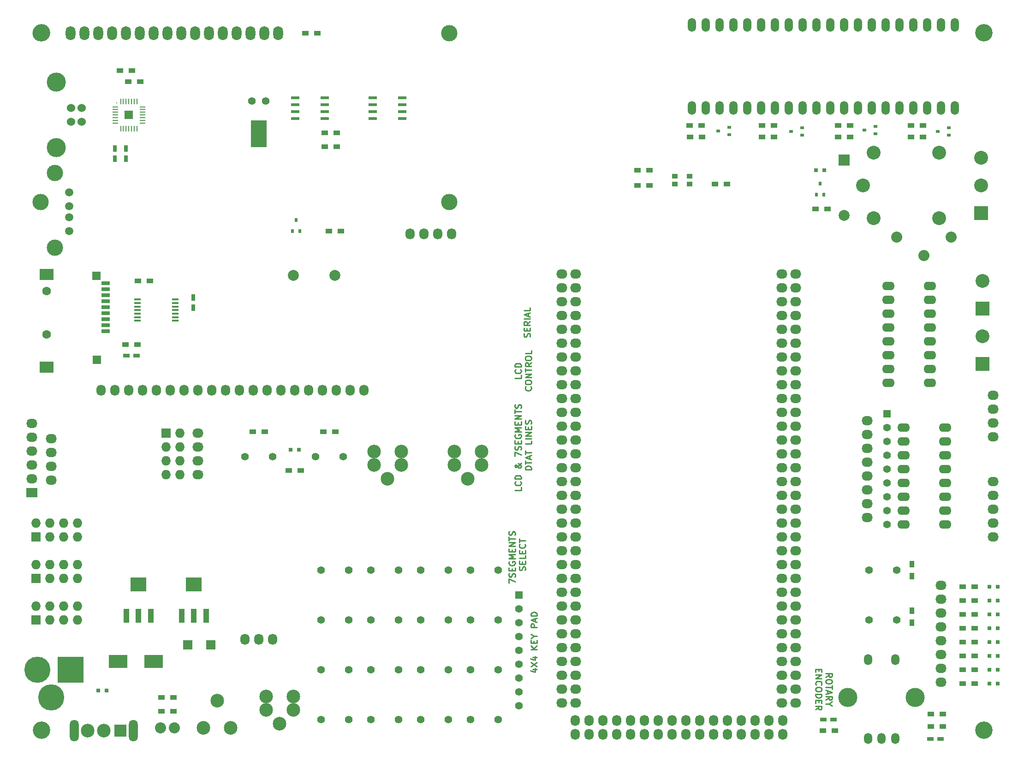
<source format=gbr>
G04 #@! TF.FileFunction,Soldermask,Top*
%FSLAX46Y46*%
G04 Gerber Fmt 4.6, Leading zero omitted, Abs format (unit mm)*
G04 Created by KiCad (PCBNEW (2015-01-16 BZR 5376)-product) date 9/14/2016 2:32:55 PM*
%MOMM*%
G01*
G04 APERTURE LIST*
%ADD10C,0.100000*%
%ADD11C,0.285750*%
%ADD12O,1.800000X2.600000*%
%ADD13C,3.000000*%
%ADD14O,1.727200X2.032000*%
%ADD15C,1.524000*%
%ADD16C,3.500000*%
%ADD17O,2.032000X1.727200*%
%ADD18R,1.000000X0.900000*%
%ADD19R,2.032000X1.727200*%
%ADD20R,1.727200X1.727200*%
%ADD21O,1.727200X1.727200*%
%ADD22C,1.501140*%
%ADD23C,2.999740*%
%ADD24C,2.499360*%
%ADD25C,2.032000*%
%ADD26O,2.032000X2.032000*%
%ADD27R,3.500120X2.400300*%
%ADD28R,2.300000X2.300000*%
%ADD29C,2.500000*%
%ADD30O,1.651000X4.000000*%
%ADD31O,1.524000X2.524000*%
%ADD32R,0.750000X1.200000*%
%ADD33C,4.800600*%
%ADD34R,4.800600X4.800600*%
%ADD35R,1.800000X1.800000*%
%ADD36R,0.797560X0.797560*%
%ADD37C,1.998980*%
%ADD38R,1.998980X1.998980*%
%ADD39R,1.000760X2.499360*%
%ADD40R,2.999740X2.499360*%
%ADD41O,2.300000X1.600000*%
%ADD42R,2.540000X2.540000*%
%ADD43C,2.540000*%
%ADD44C,3.200000*%
%ADD45R,0.500000X0.750000*%
%ADD46R,1.200000X0.900000*%
%ADD47R,0.900000X1.200000*%
%ADD48R,1.500000X0.700000*%
%ADD49R,1.500000X1.500000*%
%ADD50R,2.500000X2.000000*%
%ADD51C,1.600000*%
%ADD52C,2.000000*%
%ADD53R,1.000760X0.231140*%
%ADD54R,0.231140X1.000760*%
%ADD55R,1.501140X1.501140*%
%ADD56C,0.299720*%
%ADD57C,1.397000*%
%ADD58R,3.000000X5.000000*%
%ADD59R,1.200000X0.750000*%
%ADD60R,0.750000X0.500000*%
%ADD61R,1.397000X1.397000*%
%ADD62O,1.501140X1.998980*%
%ADD63C,3.500120*%
%ADD64R,1.550000X0.600000*%
%ADD65R,1.200000X0.400000*%
G04 APERTURE END LIST*
D10*
D11*
X131130596Y-115059428D02*
X131130596Y-115603714D01*
X129987596Y-115603714D01*
X131021739Y-114025285D02*
X131076168Y-114079714D01*
X131130596Y-114243000D01*
X131130596Y-114351857D01*
X131076168Y-114515142D01*
X130967311Y-114624000D01*
X130858454Y-114678428D01*
X130640739Y-114732857D01*
X130477454Y-114732857D01*
X130259739Y-114678428D01*
X130150882Y-114624000D01*
X130042025Y-114515142D01*
X129987596Y-114351857D01*
X129987596Y-114243000D01*
X130042025Y-114079714D01*
X130096454Y-114025285D01*
X131130596Y-113535428D02*
X129987596Y-113535428D01*
X129987596Y-113263285D01*
X130042025Y-113100000D01*
X130150882Y-112991142D01*
X130259739Y-112936714D01*
X130477454Y-112882285D01*
X130640739Y-112882285D01*
X130858454Y-112936714D01*
X130967311Y-112991142D01*
X131076168Y-113100000D01*
X131130596Y-113263285D01*
X131130596Y-113535428D01*
X131130596Y-110596285D02*
X131130596Y-110650714D01*
X131076168Y-110759571D01*
X130912882Y-110922857D01*
X130586311Y-111195000D01*
X130423025Y-111303857D01*
X130259739Y-111358285D01*
X130150882Y-111358285D01*
X130042025Y-111303857D01*
X129987596Y-111195000D01*
X129987596Y-111140571D01*
X130042025Y-111031714D01*
X130150882Y-110977285D01*
X130205311Y-110977285D01*
X130314168Y-111031714D01*
X130368596Y-111086143D01*
X130586311Y-111412714D01*
X130640739Y-111467143D01*
X130749596Y-111521571D01*
X130912882Y-111521571D01*
X131021739Y-111467143D01*
X131076168Y-111412714D01*
X131130596Y-111303857D01*
X131130596Y-111140571D01*
X131076168Y-111031714D01*
X131021739Y-110977285D01*
X130804025Y-110814000D01*
X130640739Y-110759571D01*
X130531882Y-110759571D01*
X129987596Y-109344428D02*
X129987596Y-108582428D01*
X131130596Y-109072285D01*
X131076168Y-108201429D02*
X131130596Y-108038143D01*
X131130596Y-107766000D01*
X131076168Y-107657143D01*
X131021739Y-107602714D01*
X130912882Y-107548286D01*
X130804025Y-107548286D01*
X130695168Y-107602714D01*
X130640739Y-107657143D01*
X130586311Y-107766000D01*
X130531882Y-107983714D01*
X130477454Y-108092572D01*
X130423025Y-108147000D01*
X130314168Y-108201429D01*
X130205311Y-108201429D01*
X130096454Y-108147000D01*
X130042025Y-108092572D01*
X129987596Y-107983714D01*
X129987596Y-107711572D01*
X130042025Y-107548286D01*
X130531882Y-107058429D02*
X130531882Y-106677429D01*
X131130596Y-106514143D02*
X131130596Y-107058429D01*
X129987596Y-107058429D01*
X129987596Y-106514143D01*
X130042025Y-105425572D02*
X129987596Y-105534429D01*
X129987596Y-105697715D01*
X130042025Y-105861000D01*
X130150882Y-105969858D01*
X130259739Y-106024286D01*
X130477454Y-106078715D01*
X130640739Y-106078715D01*
X130858454Y-106024286D01*
X130967311Y-105969858D01*
X131076168Y-105861000D01*
X131130596Y-105697715D01*
X131130596Y-105588858D01*
X131076168Y-105425572D01*
X131021739Y-105371143D01*
X130640739Y-105371143D01*
X130640739Y-105588858D01*
X131130596Y-104881286D02*
X129987596Y-104881286D01*
X130804025Y-104500286D01*
X129987596Y-104119286D01*
X131130596Y-104119286D01*
X130531882Y-103575000D02*
X130531882Y-103194000D01*
X131130596Y-103030714D02*
X131130596Y-103575000D01*
X129987596Y-103575000D01*
X129987596Y-103030714D01*
X131130596Y-102540857D02*
X129987596Y-102540857D01*
X131130596Y-101887714D01*
X129987596Y-101887714D01*
X129987596Y-101506714D02*
X129987596Y-100853571D01*
X131130596Y-101180142D02*
X129987596Y-101180142D01*
X131076168Y-100527000D02*
X131130596Y-100363714D01*
X131130596Y-100091571D01*
X131076168Y-99982714D01*
X131021739Y-99928285D01*
X130912882Y-99873857D01*
X130804025Y-99873857D01*
X130695168Y-99928285D01*
X130640739Y-99982714D01*
X130586311Y-100091571D01*
X130531882Y-100309285D01*
X130477454Y-100418143D01*
X130423025Y-100472571D01*
X130314168Y-100527000D01*
X130205311Y-100527000D01*
X130096454Y-100472571D01*
X130042025Y-100418143D01*
X129987596Y-100309285D01*
X129987596Y-100037143D01*
X130042025Y-99873857D01*
X133016546Y-111820928D02*
X131873546Y-111820928D01*
X131873546Y-111548785D01*
X131927975Y-111385500D01*
X132036832Y-111276642D01*
X132145689Y-111222214D01*
X132363404Y-111167785D01*
X132526689Y-111167785D01*
X132744404Y-111222214D01*
X132853261Y-111276642D01*
X132962118Y-111385500D01*
X133016546Y-111548785D01*
X133016546Y-111820928D01*
X131873546Y-110841214D02*
X131873546Y-110188071D01*
X133016546Y-110514642D02*
X131873546Y-110514642D01*
X132689975Y-109861500D02*
X132689975Y-109317214D01*
X133016546Y-109970357D02*
X131873546Y-109589357D01*
X133016546Y-109208357D01*
X131873546Y-108990643D02*
X131873546Y-108337500D01*
X133016546Y-108664071D02*
X131873546Y-108664071D01*
X133016546Y-106541357D02*
X133016546Y-107085643D01*
X131873546Y-107085643D01*
X133016546Y-106160357D02*
X131873546Y-106160357D01*
X133016546Y-105616071D02*
X131873546Y-105616071D01*
X133016546Y-104962928D01*
X131873546Y-104962928D01*
X132417832Y-104418642D02*
X132417832Y-104037642D01*
X133016546Y-103874356D02*
X133016546Y-104418642D01*
X131873546Y-104418642D01*
X131873546Y-103874356D01*
X132962118Y-103438928D02*
X133016546Y-103275642D01*
X133016546Y-103003499D01*
X132962118Y-102894642D01*
X132907689Y-102840213D01*
X132798832Y-102785785D01*
X132689975Y-102785785D01*
X132581118Y-102840213D01*
X132526689Y-102894642D01*
X132472261Y-103003499D01*
X132417832Y-103221213D01*
X132363404Y-103330071D01*
X132308975Y-103384499D01*
X132200118Y-103438928D01*
X132091261Y-103438928D01*
X131982404Y-103384499D01*
X131927975Y-103330071D01*
X131873546Y-103221213D01*
X131873546Y-102949071D01*
X131927975Y-102785785D01*
X187052404Y-149914429D02*
X187596689Y-149533429D01*
X187052404Y-149261286D02*
X188195404Y-149261286D01*
X188195404Y-149696714D01*
X188140975Y-149805572D01*
X188086546Y-149860000D01*
X187977689Y-149914429D01*
X187814404Y-149914429D01*
X187705546Y-149860000D01*
X187651118Y-149805572D01*
X187596689Y-149696714D01*
X187596689Y-149261286D01*
X188195404Y-150622000D02*
X188195404Y-150839714D01*
X188140975Y-150948572D01*
X188032118Y-151057429D01*
X187814404Y-151111857D01*
X187433404Y-151111857D01*
X187215689Y-151057429D01*
X187106832Y-150948572D01*
X187052404Y-150839714D01*
X187052404Y-150622000D01*
X187106832Y-150513143D01*
X187215689Y-150404286D01*
X187433404Y-150349857D01*
X187814404Y-150349857D01*
X188032118Y-150404286D01*
X188140975Y-150513143D01*
X188195404Y-150622000D01*
X188195404Y-151438429D02*
X188195404Y-152091572D01*
X187052404Y-151765001D02*
X188195404Y-151765001D01*
X187378975Y-152418143D02*
X187378975Y-152962429D01*
X187052404Y-152309286D02*
X188195404Y-152690286D01*
X187052404Y-153071286D01*
X187052404Y-154105429D02*
X187596689Y-153724429D01*
X187052404Y-153452286D02*
X188195404Y-153452286D01*
X188195404Y-153887714D01*
X188140975Y-153996572D01*
X188086546Y-154051000D01*
X187977689Y-154105429D01*
X187814404Y-154105429D01*
X187705546Y-154051000D01*
X187651118Y-153996572D01*
X187596689Y-153887714D01*
X187596689Y-153452286D01*
X187596689Y-154813000D02*
X187052404Y-154813000D01*
X188195404Y-154432000D02*
X187596689Y-154813000D01*
X188195404Y-155194000D01*
X185765168Y-148472071D02*
X185765168Y-148853071D01*
X185166454Y-149016357D02*
X185166454Y-148472071D01*
X186309454Y-148472071D01*
X186309454Y-149016357D01*
X185166454Y-149506214D02*
X186309454Y-149506214D01*
X185166454Y-150159357D01*
X186309454Y-150159357D01*
X185275311Y-151356786D02*
X185220882Y-151302357D01*
X185166454Y-151139071D01*
X185166454Y-151030214D01*
X185220882Y-150866929D01*
X185329739Y-150758071D01*
X185438596Y-150703643D01*
X185656311Y-150649214D01*
X185819596Y-150649214D01*
X186037311Y-150703643D01*
X186146168Y-150758071D01*
X186255025Y-150866929D01*
X186309454Y-151030214D01*
X186309454Y-151139071D01*
X186255025Y-151302357D01*
X186200596Y-151356786D01*
X186309454Y-152064357D02*
X186309454Y-152282071D01*
X186255025Y-152390929D01*
X186146168Y-152499786D01*
X185928454Y-152554214D01*
X185547454Y-152554214D01*
X185329739Y-152499786D01*
X185220882Y-152390929D01*
X185166454Y-152282071D01*
X185166454Y-152064357D01*
X185220882Y-151955500D01*
X185329739Y-151846643D01*
X185547454Y-151792214D01*
X185928454Y-151792214D01*
X186146168Y-151846643D01*
X186255025Y-151955500D01*
X186309454Y-152064357D01*
X185166454Y-153044072D02*
X186309454Y-153044072D01*
X186309454Y-153316215D01*
X186255025Y-153479500D01*
X186146168Y-153588358D01*
X186037311Y-153642786D01*
X185819596Y-153697215D01*
X185656311Y-153697215D01*
X185438596Y-153642786D01*
X185329739Y-153588358D01*
X185220882Y-153479500D01*
X185166454Y-153316215D01*
X185166454Y-153044072D01*
X185765168Y-154187072D02*
X185765168Y-154568072D01*
X185166454Y-154731358D02*
X185166454Y-154187072D01*
X186309454Y-154187072D01*
X186309454Y-154731358D01*
X185166454Y-155874358D02*
X185710739Y-155493358D01*
X185166454Y-155221215D02*
X186309454Y-155221215D01*
X186309454Y-155656643D01*
X186255025Y-155765501D01*
X186200596Y-155819929D01*
X186091739Y-155874358D01*
X185928454Y-155874358D01*
X185819596Y-155819929D01*
X185765168Y-155765501D01*
X185710739Y-155656643D01*
X185710739Y-155221215D01*
X128887596Y-132663928D02*
X128887596Y-131901928D01*
X130030596Y-132391785D01*
X129976168Y-131520929D02*
X130030596Y-131357643D01*
X130030596Y-131085500D01*
X129976168Y-130976643D01*
X129921739Y-130922214D01*
X129812882Y-130867786D01*
X129704025Y-130867786D01*
X129595168Y-130922214D01*
X129540739Y-130976643D01*
X129486311Y-131085500D01*
X129431882Y-131303214D01*
X129377454Y-131412072D01*
X129323025Y-131466500D01*
X129214168Y-131520929D01*
X129105311Y-131520929D01*
X128996454Y-131466500D01*
X128942025Y-131412072D01*
X128887596Y-131303214D01*
X128887596Y-131031072D01*
X128942025Y-130867786D01*
X129431882Y-130377929D02*
X129431882Y-129996929D01*
X130030596Y-129833643D02*
X130030596Y-130377929D01*
X128887596Y-130377929D01*
X128887596Y-129833643D01*
X128942025Y-128745072D02*
X128887596Y-128853929D01*
X128887596Y-129017215D01*
X128942025Y-129180500D01*
X129050882Y-129289358D01*
X129159739Y-129343786D01*
X129377454Y-129398215D01*
X129540739Y-129398215D01*
X129758454Y-129343786D01*
X129867311Y-129289358D01*
X129976168Y-129180500D01*
X130030596Y-129017215D01*
X130030596Y-128908358D01*
X129976168Y-128745072D01*
X129921739Y-128690643D01*
X129540739Y-128690643D01*
X129540739Y-128908358D01*
X130030596Y-128200786D02*
X128887596Y-128200786D01*
X129704025Y-127819786D01*
X128887596Y-127438786D01*
X130030596Y-127438786D01*
X129431882Y-126894500D02*
X129431882Y-126513500D01*
X130030596Y-126350214D02*
X130030596Y-126894500D01*
X128887596Y-126894500D01*
X128887596Y-126350214D01*
X130030596Y-125860357D02*
X128887596Y-125860357D01*
X130030596Y-125207214D01*
X128887596Y-125207214D01*
X128887596Y-124826214D02*
X128887596Y-124173071D01*
X130030596Y-124499642D02*
X128887596Y-124499642D01*
X129976168Y-123846500D02*
X130030596Y-123683214D01*
X130030596Y-123411071D01*
X129976168Y-123302214D01*
X129921739Y-123247785D01*
X129812882Y-123193357D01*
X129704025Y-123193357D01*
X129595168Y-123247785D01*
X129540739Y-123302214D01*
X129486311Y-123411071D01*
X129431882Y-123628785D01*
X129377454Y-123737643D01*
X129323025Y-123792071D01*
X129214168Y-123846500D01*
X129105311Y-123846500D01*
X128996454Y-123792071D01*
X128942025Y-123737643D01*
X128887596Y-123628785D01*
X128887596Y-123356643D01*
X128942025Y-123193357D01*
X131862118Y-130296286D02*
X131916546Y-130133000D01*
X131916546Y-129860857D01*
X131862118Y-129752000D01*
X131807689Y-129697571D01*
X131698832Y-129643143D01*
X131589975Y-129643143D01*
X131481118Y-129697571D01*
X131426689Y-129752000D01*
X131372261Y-129860857D01*
X131317832Y-130078571D01*
X131263404Y-130187429D01*
X131208975Y-130241857D01*
X131100118Y-130296286D01*
X130991261Y-130296286D01*
X130882404Y-130241857D01*
X130827975Y-130187429D01*
X130773546Y-130078571D01*
X130773546Y-129806429D01*
X130827975Y-129643143D01*
X131317832Y-129153286D02*
X131317832Y-128772286D01*
X131916546Y-128609000D02*
X131916546Y-129153286D01*
X130773546Y-129153286D01*
X130773546Y-128609000D01*
X131916546Y-127574857D02*
X131916546Y-128119143D01*
X130773546Y-128119143D01*
X131317832Y-127193857D02*
X131317832Y-126812857D01*
X131916546Y-126649571D02*
X131916546Y-127193857D01*
X130773546Y-127193857D01*
X130773546Y-126649571D01*
X131807689Y-125506571D02*
X131862118Y-125561000D01*
X131916546Y-125724286D01*
X131916546Y-125833143D01*
X131862118Y-125996428D01*
X131753261Y-126105286D01*
X131644404Y-126159714D01*
X131426689Y-126214143D01*
X131263404Y-126214143D01*
X131045689Y-126159714D01*
X130936832Y-126105286D01*
X130827975Y-125996428D01*
X130773546Y-125833143D01*
X130773546Y-125724286D01*
X130827975Y-125561000D01*
X130882404Y-125506571D01*
X130773546Y-125180000D02*
X130773546Y-124526857D01*
X131916546Y-124853428D02*
X130773546Y-124853428D01*
X133295571Y-148462999D02*
X134057571Y-148462999D01*
X132860143Y-148735142D02*
X133676571Y-149007285D01*
X133676571Y-148299713D01*
X132914571Y-147973142D02*
X134057571Y-147211142D01*
X132914571Y-147211142D02*
X134057571Y-147973142D01*
X133295571Y-146285857D02*
X134057571Y-146285857D01*
X132860143Y-146558000D02*
X133676571Y-146830143D01*
X133676571Y-146122571D01*
X134057571Y-144816286D02*
X132914571Y-144816286D01*
X134057571Y-144163143D02*
X133404429Y-144653000D01*
X132914571Y-144163143D02*
X133567714Y-144816286D01*
X133458857Y-143673286D02*
X133458857Y-143292286D01*
X134057571Y-143129000D02*
X134057571Y-143673286D01*
X132914571Y-143673286D01*
X132914571Y-143129000D01*
X133513286Y-142421429D02*
X134057571Y-142421429D01*
X132914571Y-142802429D02*
X133513286Y-142421429D01*
X132914571Y-142040429D01*
X134057571Y-140788572D02*
X132914571Y-140788572D01*
X132914571Y-140353144D01*
X132969000Y-140244286D01*
X133023429Y-140189858D01*
X133132286Y-140135429D01*
X133295571Y-140135429D01*
X133404429Y-140189858D01*
X133458857Y-140244286D01*
X133513286Y-140353144D01*
X133513286Y-140788572D01*
X133731000Y-139700001D02*
X133731000Y-139155715D01*
X134057571Y-139808858D02*
X132914571Y-139427858D01*
X134057571Y-139046858D01*
X134057571Y-138665858D02*
X132914571Y-138665858D01*
X132914571Y-138393715D01*
X132969000Y-138230430D01*
X133077857Y-138121572D01*
X133186714Y-138067144D01*
X133404429Y-138012715D01*
X133567714Y-138012715D01*
X133785429Y-138067144D01*
X133894286Y-138121572D01*
X134003143Y-138230430D01*
X134057571Y-138393715D01*
X134057571Y-138665858D01*
X131130596Y-94490642D02*
X131130596Y-95034928D01*
X129987596Y-95034928D01*
X131021739Y-93456499D02*
X131076168Y-93510928D01*
X131130596Y-93674214D01*
X131130596Y-93783071D01*
X131076168Y-93946356D01*
X130967311Y-94055214D01*
X130858454Y-94109642D01*
X130640739Y-94164071D01*
X130477454Y-94164071D01*
X130259739Y-94109642D01*
X130150882Y-94055214D01*
X130042025Y-93946356D01*
X129987596Y-93783071D01*
X129987596Y-93674214D01*
X130042025Y-93510928D01*
X130096454Y-93456499D01*
X131130596Y-92966642D02*
X129987596Y-92966642D01*
X129987596Y-92694499D01*
X130042025Y-92531214D01*
X130150882Y-92422356D01*
X130259739Y-92367928D01*
X130477454Y-92313499D01*
X130640739Y-92313499D01*
X130858454Y-92367928D01*
X130967311Y-92422356D01*
X131076168Y-92531214D01*
X131130596Y-92694499D01*
X131130596Y-92966642D01*
X132907689Y-96613357D02*
X132962118Y-96667786D01*
X133016546Y-96831072D01*
X133016546Y-96939929D01*
X132962118Y-97103214D01*
X132853261Y-97212072D01*
X132744404Y-97266500D01*
X132526689Y-97320929D01*
X132363404Y-97320929D01*
X132145689Y-97266500D01*
X132036832Y-97212072D01*
X131927975Y-97103214D01*
X131873546Y-96939929D01*
X131873546Y-96831072D01*
X131927975Y-96667786D01*
X131982404Y-96613357D01*
X131873546Y-95905786D02*
X131873546Y-95688072D01*
X131927975Y-95579214D01*
X132036832Y-95470357D01*
X132254546Y-95415929D01*
X132635546Y-95415929D01*
X132853261Y-95470357D01*
X132962118Y-95579214D01*
X133016546Y-95688072D01*
X133016546Y-95905786D01*
X132962118Y-96014643D01*
X132853261Y-96123500D01*
X132635546Y-96177929D01*
X132254546Y-96177929D01*
X132036832Y-96123500D01*
X131927975Y-96014643D01*
X131873546Y-95905786D01*
X133016546Y-94926071D02*
X131873546Y-94926071D01*
X133016546Y-94272928D01*
X131873546Y-94272928D01*
X131873546Y-93891928D02*
X131873546Y-93238785D01*
X133016546Y-93565356D02*
X131873546Y-93565356D01*
X133016546Y-92204642D02*
X132472261Y-92585642D01*
X133016546Y-92857785D02*
X131873546Y-92857785D01*
X131873546Y-92422357D01*
X131927975Y-92313499D01*
X131982404Y-92259071D01*
X132091261Y-92204642D01*
X132254546Y-92204642D01*
X132363404Y-92259071D01*
X132417832Y-92313499D01*
X132472261Y-92422357D01*
X132472261Y-92857785D01*
X131873546Y-91497071D02*
X131873546Y-91279357D01*
X131927975Y-91170499D01*
X132036832Y-91061642D01*
X132254546Y-91007214D01*
X132635546Y-91007214D01*
X132853261Y-91061642D01*
X132962118Y-91170499D01*
X133016546Y-91279357D01*
X133016546Y-91497071D01*
X132962118Y-91605928D01*
X132853261Y-91714785D01*
X132635546Y-91769214D01*
X132254546Y-91769214D01*
X132036832Y-91714785D01*
X131927975Y-91605928D01*
X131873546Y-91497071D01*
X133016546Y-89973070D02*
X133016546Y-90517356D01*
X131873546Y-90517356D01*
X132733143Y-87475786D02*
X132787571Y-87312500D01*
X132787571Y-87040357D01*
X132733143Y-86931500D01*
X132678714Y-86877071D01*
X132569857Y-86822643D01*
X132461000Y-86822643D01*
X132352143Y-86877071D01*
X132297714Y-86931500D01*
X132243286Y-87040357D01*
X132188857Y-87258071D01*
X132134429Y-87366929D01*
X132080000Y-87421357D01*
X131971143Y-87475786D01*
X131862286Y-87475786D01*
X131753429Y-87421357D01*
X131699000Y-87366929D01*
X131644571Y-87258071D01*
X131644571Y-86985929D01*
X131699000Y-86822643D01*
X132188857Y-86332786D02*
X132188857Y-85951786D01*
X132787571Y-85788500D02*
X132787571Y-86332786D01*
X131644571Y-86332786D01*
X131644571Y-85788500D01*
X132787571Y-84645500D02*
X132243286Y-85026500D01*
X132787571Y-85298643D02*
X131644571Y-85298643D01*
X131644571Y-84863215D01*
X131699000Y-84754357D01*
X131753429Y-84699929D01*
X131862286Y-84645500D01*
X132025571Y-84645500D01*
X132134429Y-84699929D01*
X132188857Y-84754357D01*
X132243286Y-84863215D01*
X132243286Y-85298643D01*
X132787571Y-84155643D02*
X131644571Y-84155643D01*
X132461000Y-83665786D02*
X132461000Y-83121500D01*
X132787571Y-83774643D02*
X131644571Y-83393643D01*
X132787571Y-83012643D01*
X132787571Y-82087357D02*
X132787571Y-82631643D01*
X131644571Y-82631643D01*
D12*
X48450500Y-31750000D03*
X50990500Y-31750000D03*
X53530500Y-31750000D03*
X56070500Y-31750000D03*
X58610500Y-31750000D03*
X61150500Y-31750000D03*
X63690500Y-31750000D03*
X66230500Y-31750000D03*
X68770500Y-31750000D03*
X71310500Y-31750000D03*
X73850500Y-31750000D03*
X76390500Y-31750000D03*
X78930500Y-31750000D03*
X81470500Y-31750000D03*
X84010500Y-31750000D03*
X86550500Y-31750000D03*
D13*
X42951400Y-31750000D03*
X42951400Y-62750700D03*
X117949980Y-62750700D03*
X117949980Y-31750000D03*
D14*
X102298500Y-97282000D03*
X99758500Y-97282000D03*
X97218500Y-97282000D03*
X94678500Y-97282000D03*
X92138500Y-97282000D03*
X89598500Y-97282000D03*
X87058500Y-97282000D03*
X84518500Y-97282000D03*
X81978500Y-97282000D03*
X79438500Y-97282000D03*
X76898500Y-97282000D03*
X74358500Y-97282000D03*
X71818500Y-97282000D03*
X69278500Y-97282000D03*
X66738500Y-97282000D03*
X64198500Y-97282000D03*
X61658500Y-97282000D03*
X59118500Y-97282000D03*
X56578500Y-97282000D03*
X54038500Y-97282000D03*
D15*
X50482500Y-45466000D03*
X50482500Y-48006000D03*
X48483520Y-48006000D03*
X48483520Y-45466000D03*
D16*
X45783500Y-40736520D03*
X45783500Y-52735480D03*
D17*
X71818500Y-105156000D03*
X71818500Y-107696000D03*
X71818500Y-110236000D03*
X71818500Y-112776000D03*
D18*
X162068500Y-57961500D03*
X159368500Y-57961500D03*
X162068500Y-59386500D03*
X159368500Y-59386500D03*
D17*
X194627500Y-120650000D03*
X194627500Y-118110000D03*
X194627500Y-115570000D03*
X194627500Y-113030000D03*
X194627500Y-110490000D03*
X194627500Y-107950000D03*
X194627500Y-105410000D03*
X194627500Y-102870000D03*
X208216500Y-150876000D03*
X208216500Y-148336000D03*
X208216500Y-145796000D03*
X208216500Y-143256000D03*
X208216500Y-140716000D03*
X208216500Y-138176000D03*
X208216500Y-135636000D03*
X208216500Y-133096000D03*
X138620500Y-75946000D03*
X138620500Y-78486000D03*
X138620500Y-81026000D03*
X138620500Y-83566000D03*
X138620500Y-86106000D03*
X138620500Y-88646000D03*
X138620500Y-91186000D03*
X138620500Y-93726000D03*
X138620500Y-96266000D03*
X138620500Y-98806000D03*
X138620500Y-101346000D03*
X138620500Y-103886000D03*
X138620500Y-106426000D03*
X138620500Y-108966000D03*
X138620500Y-111506000D03*
X138620500Y-114046000D03*
X138620500Y-116586000D03*
X138620500Y-119126000D03*
X138620500Y-121666000D03*
X138620500Y-124206000D03*
X138620500Y-126746000D03*
X138620500Y-129286000D03*
X138620500Y-131826000D03*
X138620500Y-134366000D03*
X138620500Y-136906000D03*
X138620500Y-139446000D03*
X138620500Y-141986000D03*
X138620500Y-144526000D03*
X138620500Y-147066000D03*
X138620500Y-149606000D03*
X138620500Y-152146000D03*
X138620500Y-154686000D03*
D19*
X41338500Y-116078000D03*
D17*
X41338500Y-113538000D03*
X41338500Y-110998000D03*
X41338500Y-108458000D03*
X41338500Y-105918000D03*
X41338500Y-103378000D03*
D20*
X42100500Y-124206000D03*
D21*
X42100500Y-121666000D03*
X44640500Y-124206000D03*
X44640500Y-121666000D03*
X47180500Y-124206000D03*
X47180500Y-121666000D03*
X49720500Y-124206000D03*
X49720500Y-121666000D03*
D20*
X42100500Y-131826000D03*
D21*
X42100500Y-129286000D03*
X44640500Y-131826000D03*
X44640500Y-129286000D03*
X47180500Y-131826000D03*
X47180500Y-129286000D03*
X49720500Y-131826000D03*
X49720500Y-129286000D03*
D20*
X42100500Y-139446000D03*
D21*
X42100500Y-136906000D03*
X44640500Y-139446000D03*
X44640500Y-136906000D03*
X47180500Y-139446000D03*
X47180500Y-136906000D03*
X49720500Y-139446000D03*
X49720500Y-136906000D03*
D14*
X110740500Y-68560000D03*
X113280500Y-68560000D03*
X115820500Y-68560000D03*
X118360500Y-68560000D03*
X80454500Y-143002000D03*
X82994500Y-143002000D03*
X85534500Y-143002000D03*
D22*
X48198620Y-68072860D03*
X48198620Y-65532860D03*
X48198620Y-63500860D03*
X48198620Y-60960860D03*
D23*
X45531620Y-71120860D03*
X45531620Y-57404860D03*
D24*
X75333860Y-154218640D03*
X77833220Y-159258000D03*
X72834500Y-159258000D03*
D25*
X64960500Y-159258000D03*
D26*
X67500500Y-159258000D03*
D27*
X57137300Y-147066000D03*
X63639700Y-147066000D03*
D17*
X217741500Y-124206000D03*
X217741500Y-121666000D03*
X217741500Y-119126000D03*
X217741500Y-116586000D03*
X217741500Y-114046000D03*
X217741500Y-105791000D03*
X217741500Y-103251000D03*
X217741500Y-100711000D03*
X217741500Y-98171000D03*
X44894500Y-113792000D03*
X44894500Y-111252000D03*
X44894500Y-108712000D03*
X44894500Y-106172000D03*
D14*
X141024500Y-160416000D03*
X143564500Y-160416000D03*
X146104500Y-160416000D03*
X148644500Y-160416000D03*
X151184500Y-160416000D03*
X153724500Y-160416000D03*
X156264500Y-160416000D03*
X158804500Y-160416000D03*
X161344500Y-160416000D03*
X163884500Y-160416000D03*
X166424500Y-160416000D03*
X168964500Y-160416000D03*
X171504500Y-160416000D03*
X174044500Y-160416000D03*
X176584500Y-160416000D03*
X179124500Y-160416000D03*
X141024500Y-157916000D03*
X143564500Y-157916000D03*
X146104500Y-157916000D03*
X148644500Y-157916000D03*
X151184500Y-157916000D03*
X153724500Y-157916000D03*
X156264500Y-157916000D03*
X158804500Y-157916000D03*
X161344500Y-157916000D03*
X163884500Y-157916000D03*
X166424500Y-157916000D03*
X168964500Y-157916000D03*
X171504500Y-157916000D03*
X174044500Y-157916000D03*
X176584500Y-157916000D03*
X179124500Y-157916000D03*
D17*
X181546500Y-75946000D03*
X181546500Y-78486000D03*
X181546500Y-81026000D03*
X181546500Y-83566000D03*
X181546500Y-86106000D03*
X181546500Y-88646000D03*
X181546500Y-91186000D03*
X181546500Y-93726000D03*
X181546500Y-96266000D03*
X181546500Y-98806000D03*
X181546500Y-101346000D03*
X181546500Y-103886000D03*
X181546500Y-106426000D03*
X181546500Y-108966000D03*
X181546500Y-111506000D03*
X181546500Y-114046000D03*
X181546500Y-116586000D03*
X181546500Y-119126000D03*
X181546500Y-121666000D03*
X181546500Y-124206000D03*
X181546500Y-126746000D03*
X181546500Y-129286000D03*
X181546500Y-131826000D03*
X181546500Y-134366000D03*
X181546500Y-136906000D03*
X181546500Y-139446000D03*
X181546500Y-141986000D03*
X181546500Y-144526000D03*
X181546500Y-147066000D03*
X181546500Y-149606000D03*
X181546500Y-152146000D03*
X181546500Y-154686000D03*
X179006500Y-75946000D03*
X179006500Y-78486000D03*
X179006500Y-81026000D03*
X179006500Y-83566000D03*
X179006500Y-86106000D03*
X179006500Y-88646000D03*
X179006500Y-91186000D03*
X179006500Y-93726000D03*
X179006500Y-96266000D03*
X179006500Y-98806000D03*
X179006500Y-101346000D03*
X179006500Y-103886000D03*
X179006500Y-106426000D03*
X179006500Y-108966000D03*
X179006500Y-111506000D03*
X179006500Y-114046000D03*
X179006500Y-116586000D03*
X179006500Y-119126000D03*
X179006500Y-121666000D03*
X179006500Y-124206000D03*
X179006500Y-126746000D03*
X179006500Y-129286000D03*
X179006500Y-131826000D03*
X179006500Y-134366000D03*
X179006500Y-136906000D03*
X179006500Y-139446000D03*
X179006500Y-141986000D03*
X179006500Y-144526000D03*
X179006500Y-147066000D03*
X179006500Y-149606000D03*
X179006500Y-152146000D03*
X179006500Y-154686000D03*
X141160500Y-75946000D03*
X141160500Y-78486000D03*
X141160500Y-81026000D03*
X141160500Y-83566000D03*
X141160500Y-86106000D03*
X141160500Y-88646000D03*
X141160500Y-91186000D03*
X141160500Y-93726000D03*
X141160500Y-96266000D03*
X141160500Y-98806000D03*
X141160500Y-101346000D03*
X141160500Y-103886000D03*
X141160500Y-106426000D03*
X141160500Y-108966000D03*
X141160500Y-111506000D03*
X141160500Y-114046000D03*
X141160500Y-116586000D03*
X141160500Y-119126000D03*
X141160500Y-121666000D03*
X141160500Y-124206000D03*
X141160500Y-126746000D03*
X141160500Y-129286000D03*
X141160500Y-131826000D03*
X141160500Y-134366000D03*
X141160500Y-136906000D03*
X141160500Y-139446000D03*
X141160500Y-141986000D03*
X141160500Y-144526000D03*
X141160500Y-147066000D03*
X141160500Y-149606000D03*
X141160500Y-152146000D03*
X141160500Y-154686000D03*
D20*
X65976500Y-105156000D03*
D21*
X68516500Y-105156000D03*
X65976500Y-107696000D03*
X68516500Y-107696000D03*
X65976500Y-110236000D03*
X68516500Y-110236000D03*
X65976500Y-112776000D03*
X68516500Y-112776000D03*
D28*
X57546500Y-159766000D03*
D29*
X54546500Y-159766000D03*
X51546500Y-159766000D03*
D30*
X49146460Y-159766000D03*
X59946540Y-159766000D03*
D31*
X162496500Y-45466000D03*
X165036500Y-45466000D03*
X167576500Y-45466000D03*
X170116500Y-45466000D03*
X172656500Y-45466000D03*
X172656500Y-30226000D03*
X170116500Y-30226000D03*
X167576500Y-30226000D03*
X165036500Y-30226000D03*
X162496500Y-30226000D03*
D32*
X70929500Y-82103000D03*
X70929500Y-80203000D03*
X56578500Y-52898000D03*
X56578500Y-54798000D03*
X58610500Y-52898000D03*
X58610500Y-54798000D03*
D33*
X42354500Y-148590000D03*
D34*
X48450500Y-148590000D03*
D33*
X44854500Y-153670000D03*
D35*
X74172500Y-144018000D03*
X69972500Y-144018000D03*
D36*
X53543200Y-152400000D03*
X55041800Y-152400000D03*
X186740800Y-56896000D03*
X185242200Y-56896000D03*
D37*
X190439040Y-65151000D03*
D38*
X190439040Y-54991000D03*
D36*
X217119200Y-133350000D03*
X218617800Y-133350000D03*
X217119200Y-135890000D03*
X218617800Y-135890000D03*
X217119200Y-138430000D03*
X218617800Y-138430000D03*
X217119200Y-140970000D03*
X218617800Y-140970000D03*
D39*
X60896500Y-138640820D03*
X63146940Y-138640820D03*
X58646060Y-138640820D03*
D40*
X60896500Y-132890260D03*
D39*
X71056500Y-138640820D03*
X73306940Y-138640820D03*
X68806060Y-138640820D03*
D40*
X71056500Y-132890260D03*
D41*
X198556500Y-78166000D03*
X198556500Y-80706000D03*
X198556500Y-83246000D03*
X198556500Y-85786000D03*
X198556500Y-88326000D03*
X198556500Y-90866000D03*
X198556500Y-93406000D03*
X198556500Y-95946000D03*
X206176500Y-95946000D03*
X206176500Y-93406000D03*
X206176500Y-90866000D03*
X206176500Y-88326000D03*
X206176500Y-85786000D03*
X206176500Y-83246000D03*
X206176500Y-80706000D03*
X206176500Y-78166000D03*
D42*
X215836500Y-92456000D03*
D43*
X215836500Y-87376000D03*
D42*
X215836500Y-82296000D03*
D43*
X215836500Y-77216000D03*
X195867020Y-53690520D03*
X193865500Y-59690000D03*
X207865980Y-53690520D03*
X207865980Y-65689480D03*
X195867020Y-65689480D03*
D42*
X215582500Y-64770000D03*
D43*
X215582500Y-59690000D03*
X215582500Y-54610000D03*
D44*
X216056500Y-159666000D03*
X43056500Y-31666000D03*
X43056500Y-159666000D03*
X216056500Y-31666000D03*
D45*
X185331100Y-61341000D03*
X186651900Y-61341000D03*
X185991500Y-59309000D03*
X89192100Y-68072000D03*
X90512900Y-68072000D03*
X89852500Y-66040000D03*
D46*
X188742500Y-159766000D03*
X186542500Y-159766000D03*
X60812500Y-77216000D03*
X63012500Y-77216000D03*
X58526500Y-88900000D03*
X60726500Y-88900000D03*
X67330500Y-153670000D03*
X65130500Y-153670000D03*
X90698500Y-112014000D03*
X88498500Y-112014000D03*
X84094500Y-104902000D03*
X81894500Y-104902000D03*
X185145500Y-64008000D03*
X187345500Y-64008000D03*
X98064500Y-68072000D03*
X95864500Y-68072000D03*
D47*
X202882500Y-131402000D03*
X202882500Y-129202000D03*
X202882500Y-137711000D03*
X202882500Y-139911000D03*
D46*
X67330500Y-156210000D03*
X65130500Y-156210000D03*
X91546500Y-31750000D03*
X93746500Y-31750000D03*
X152506500Y-56896000D03*
X154706500Y-56896000D03*
X152506500Y-59690000D03*
X154706500Y-59690000D03*
X168930500Y-59436000D03*
X166730500Y-59436000D03*
X212196500Y-133350000D03*
X214396500Y-133350000D03*
X212196500Y-135890000D03*
X214396500Y-135890000D03*
X212196500Y-138430000D03*
X214396500Y-138430000D03*
X212196500Y-140970000D03*
X214396500Y-140970000D03*
D48*
X54838500Y-86442000D03*
X54838500Y-85342000D03*
X54838500Y-84242000D03*
X54838500Y-83142000D03*
X54838500Y-82042000D03*
X54838500Y-80942000D03*
X54838500Y-79842000D03*
X54838500Y-78742000D03*
X54838500Y-77642000D03*
D49*
X53138500Y-76242000D03*
X53238500Y-91642000D03*
D50*
X44038500Y-76042000D03*
X44038500Y-93042000D03*
D51*
X44038500Y-79042000D03*
X44038500Y-87042000D03*
D52*
X96954340Y-76200000D03*
X89354660Y-76200000D03*
D53*
X56619140Y-48237140D03*
X56619140Y-47736760D03*
X56619140Y-47236380D03*
X56619140Y-46736000D03*
X56619140Y-46235620D03*
X56619140Y-45735240D03*
X56619140Y-45234860D03*
D54*
X57617360Y-44236640D03*
X58117740Y-44236640D03*
X58618120Y-44236640D03*
X59118500Y-44236640D03*
X59618880Y-44236640D03*
X60119260Y-44236640D03*
X60619640Y-44236640D03*
D53*
X61617860Y-45234860D03*
X61617860Y-45735240D03*
X61617860Y-46235620D03*
X61617860Y-46736000D03*
X61617860Y-47236380D03*
X61617860Y-47736760D03*
X61617860Y-48237140D03*
D54*
X60619640Y-49235360D03*
X60119260Y-49235360D03*
X59618880Y-49235360D03*
X59118500Y-49235360D03*
X58618120Y-49235360D03*
X58117740Y-49235360D03*
X57617360Y-49235360D03*
D55*
X59118500Y-46736000D03*
D56*
X56868060Y-44485560D03*
D36*
X88849200Y-108204000D03*
X90347800Y-108204000D03*
D46*
X97048500Y-104902000D03*
X94848500Y-104902000D03*
D25*
X205041500Y-72566000D03*
X200041500Y-69166000D03*
X210041500Y-69166000D03*
D57*
X84264500Y-44196000D03*
X81724500Y-44196000D03*
D58*
X82994500Y-50196000D03*
D46*
X95102500Y-52578000D03*
X97302500Y-52578000D03*
X95102500Y-50038000D03*
X97302500Y-50038000D03*
D59*
X60576500Y-90932000D03*
X58676500Y-90932000D03*
D31*
X175196500Y-45466000D03*
X177736500Y-45466000D03*
X180276500Y-45466000D03*
X182816500Y-45466000D03*
X185356500Y-45466000D03*
X185356500Y-30226000D03*
X182816500Y-30226000D03*
X180276500Y-30226000D03*
X177736500Y-30226000D03*
X175196500Y-30226000D03*
X187896500Y-45466000D03*
X190436500Y-45466000D03*
X192976500Y-45466000D03*
X195516500Y-45466000D03*
X198056500Y-45466000D03*
X198056500Y-30226000D03*
X195516500Y-30226000D03*
X192976500Y-30226000D03*
X190436500Y-30226000D03*
X187896500Y-30226000D03*
X200596500Y-45466000D03*
X203136500Y-45466000D03*
X205676500Y-45466000D03*
X208216500Y-45466000D03*
X210756500Y-45466000D03*
X210756500Y-30226000D03*
X208216500Y-30226000D03*
X205676500Y-30226000D03*
X203136500Y-30226000D03*
X200596500Y-30226000D03*
D59*
X186565500Y-157734000D03*
X188465500Y-157734000D03*
X208150500Y-161290000D03*
X206250500Y-161290000D03*
D36*
X217119200Y-143510000D03*
X218617800Y-143510000D03*
X217119200Y-146050000D03*
X218617800Y-146050000D03*
X217119200Y-148590000D03*
X218617800Y-148590000D03*
X217119200Y-151130000D03*
X218617800Y-151130000D03*
D60*
X169354500Y-50317400D03*
X169354500Y-48996600D03*
X167322500Y-49657000D03*
X182689500Y-50444400D03*
X182689500Y-49123600D03*
X180657500Y-49784000D03*
X196151500Y-50190400D03*
X196151500Y-48869600D03*
X194119500Y-49530000D03*
X209613500Y-50444400D03*
X209613500Y-49123600D03*
X207581500Y-49784000D03*
D46*
X212196500Y-143510000D03*
X214396500Y-143510000D03*
X212196500Y-146050000D03*
X214396500Y-146050000D03*
X212196500Y-148590000D03*
X214396500Y-148590000D03*
X212196500Y-151130000D03*
X214396500Y-151130000D03*
X206354500Y-159004000D03*
X208554500Y-159004000D03*
X208554500Y-156718000D03*
X206354500Y-156718000D03*
X164231500Y-48641000D03*
X162031500Y-48641000D03*
X164358500Y-50800000D03*
X162158500Y-50800000D03*
X177566500Y-48641000D03*
X175366500Y-48641000D03*
X177566500Y-50800000D03*
X175366500Y-50800000D03*
X191536500Y-48641000D03*
X189336500Y-48641000D03*
X191536500Y-50800000D03*
X189336500Y-50800000D03*
X204871500Y-48641000D03*
X202671500Y-48641000D03*
X204871500Y-50800000D03*
X202671500Y-50800000D03*
D61*
X130746500Y-134874000D03*
D57*
X130746500Y-137414000D03*
X130746500Y-139954000D03*
X130746500Y-142494000D03*
X130746500Y-145034000D03*
X130746500Y-147574000D03*
X130746500Y-150114000D03*
X130746500Y-152654000D03*
X130746500Y-155194000D03*
D61*
X198310500Y-101600000D03*
D57*
X198310500Y-104140000D03*
X198310500Y-106680000D03*
X198310500Y-109220000D03*
X198310500Y-111760000D03*
X198310500Y-114300000D03*
X198310500Y-116840000D03*
X198310500Y-119380000D03*
X198310500Y-121920000D03*
D41*
X201358500Y-104140000D03*
X201358500Y-106680000D03*
X201358500Y-109220000D03*
X201358500Y-111760000D03*
X201358500Y-114300000D03*
X201358500Y-116840000D03*
X201358500Y-119380000D03*
X201358500Y-121920000D03*
X208978500Y-121920000D03*
X208978500Y-119380000D03*
X208978500Y-116840000D03*
X208978500Y-114300000D03*
X208978500Y-111760000D03*
X208978500Y-109220000D03*
X208978500Y-106680000D03*
X208978500Y-104140000D03*
D62*
X194795140Y-161170620D03*
X197294500Y-161170620D03*
X199793860Y-161170620D03*
D63*
X191094360Y-153670000D03*
X203494640Y-153670000D03*
D62*
X194795140Y-146669760D03*
X199793860Y-146669760D03*
D46*
X59710500Y-38608000D03*
X57510500Y-38608000D03*
X61234500Y-40640000D03*
X59034500Y-40640000D03*
D64*
X103916500Y-43561000D03*
X103916500Y-44831000D03*
X103916500Y-46101000D03*
X103916500Y-47371000D03*
X109316500Y-47371000D03*
X109316500Y-46101000D03*
X109316500Y-44831000D03*
X109316500Y-43561000D03*
X89692500Y-43561000D03*
X89692500Y-44831000D03*
X89692500Y-46101000D03*
X89692500Y-47371000D03*
X95092500Y-47371000D03*
X95092500Y-46101000D03*
X95092500Y-44831000D03*
X95092500Y-43561000D03*
D65*
X60748500Y-80600000D03*
X60748500Y-81250000D03*
X60748500Y-81900000D03*
X60748500Y-82550000D03*
X60748500Y-83200000D03*
X60748500Y-83850000D03*
X60748500Y-84500000D03*
X67648500Y-84500000D03*
X67648500Y-83850000D03*
X67648500Y-83200000D03*
X67648500Y-82550000D03*
X67648500Y-81900000D03*
X67648500Y-81250000D03*
X67648500Y-80600000D03*
D24*
X86804500Y-158456000D03*
X84304500Y-155956000D03*
X89304500Y-155956000D03*
X84304500Y-153456000D03*
X89304500Y-153456000D03*
X106616500Y-113498000D03*
X104116500Y-110998000D03*
X109116500Y-110998000D03*
X104116500Y-108498000D03*
X109116500Y-108498000D03*
X121348500Y-113498000D03*
X118848500Y-110998000D03*
X123848500Y-110998000D03*
X118848500Y-108498000D03*
X123848500Y-108498000D03*
D57*
X195008500Y-130302000D03*
X200088500Y-130302000D03*
X195008500Y-139446000D03*
X200088500Y-139446000D03*
X85534500Y-109474000D03*
X80454500Y-109474000D03*
X98488500Y-109474000D03*
X93408500Y-109474000D03*
X94424500Y-130302000D03*
X99504500Y-130302000D03*
X94424500Y-139446000D03*
X99504500Y-139446000D03*
X94424500Y-148590000D03*
X99504500Y-148590000D03*
X94424500Y-157734000D03*
X99504500Y-157734000D03*
X103568500Y-130302000D03*
X108648500Y-130302000D03*
X103568500Y-139446000D03*
X108648500Y-139446000D03*
X103568500Y-148590000D03*
X108648500Y-148590000D03*
X103568500Y-157734000D03*
X108648500Y-157734000D03*
X112712500Y-130302000D03*
X117792500Y-130302000D03*
X112712500Y-139446000D03*
X117792500Y-139446000D03*
X112712500Y-148590000D03*
X117792500Y-148590000D03*
X112712500Y-157734000D03*
X117792500Y-157734000D03*
X121856500Y-130302000D03*
X126936500Y-130302000D03*
X121856500Y-139446000D03*
X126936500Y-139446000D03*
X121856500Y-148590000D03*
X126936500Y-148590000D03*
X121856500Y-157734000D03*
X126936500Y-157734000D03*
M02*

</source>
